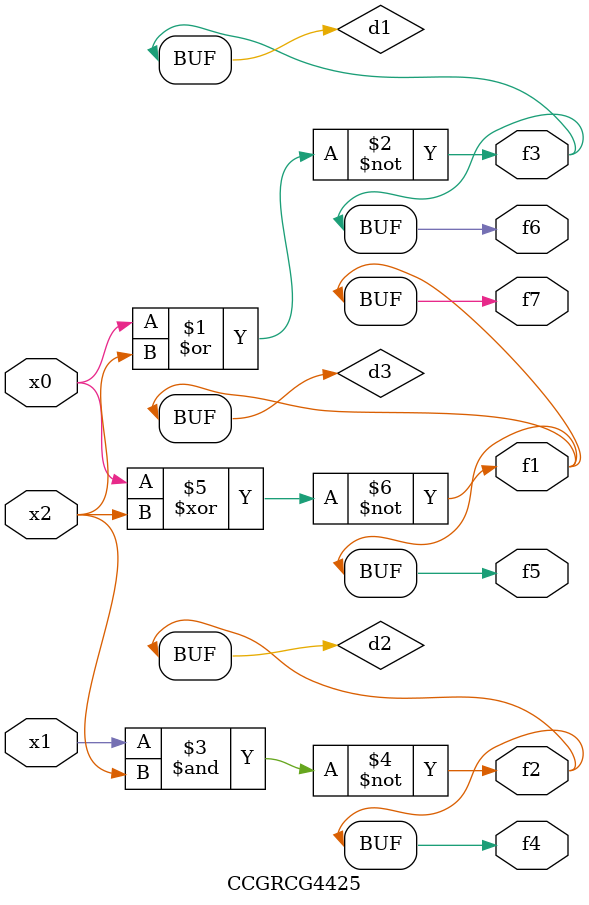
<source format=v>
module CCGRCG4425(
	input x0, x1, x2,
	output f1, f2, f3, f4, f5, f6, f7
);

	wire d1, d2, d3;

	nor (d1, x0, x2);
	nand (d2, x1, x2);
	xnor (d3, x0, x2);
	assign f1 = d3;
	assign f2 = d2;
	assign f3 = d1;
	assign f4 = d2;
	assign f5 = d3;
	assign f6 = d1;
	assign f7 = d3;
endmodule

</source>
